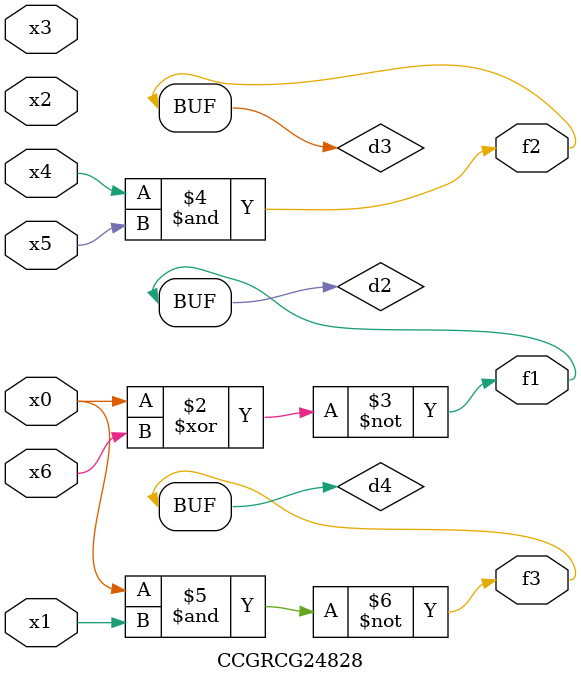
<source format=v>
module CCGRCG24828(
	input x0, x1, x2, x3, x4, x5, x6,
	output f1, f2, f3
);

	wire d1, d2, d3, d4;

	nor (d1, x0);
	xnor (d2, x0, x6);
	and (d3, x4, x5);
	nand (d4, x0, x1);
	assign f1 = d2;
	assign f2 = d3;
	assign f3 = d4;
endmodule

</source>
